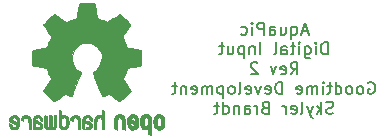
<source format=gbo>
G04 #@! TF.FileFunction,Legend,Bot*
%FSLAX46Y46*%
G04 Gerber Fmt 4.6, Leading zero omitted, Abs format (unit mm)*
G04 Created by KiCad (PCBNEW 4.0.7) date Sun Dec 10 04:28:40 2017*
%MOMM*%
%LPD*%
G01*
G04 APERTURE LIST*
%ADD10C,0.127000*%
%ADD11C,0.152400*%
%ADD12C,0.010000*%
G04 APERTURE END LIST*
D10*
D11*
X72656095Y28583467D02*
X72172286Y28583467D01*
X72752857Y28293181D02*
X72414190Y29309181D01*
X72075524Y28293181D01*
X71301429Y28970514D02*
X71301429Y27954514D01*
X71301429Y28341562D02*
X71398191Y28293181D01*
X71591714Y28293181D01*
X71688476Y28341562D01*
X71736857Y28389943D01*
X71785238Y28486705D01*
X71785238Y28776990D01*
X71736857Y28873752D01*
X71688476Y28922133D01*
X71591714Y28970514D01*
X71398191Y28970514D01*
X71301429Y28922133D01*
X70382191Y28970514D02*
X70382191Y28293181D01*
X70817619Y28970514D02*
X70817619Y28438324D01*
X70769238Y28341562D01*
X70672476Y28293181D01*
X70527334Y28293181D01*
X70430572Y28341562D01*
X70382191Y28389943D01*
X69462953Y28293181D02*
X69462953Y28825371D01*
X69511334Y28922133D01*
X69608096Y28970514D01*
X69801619Y28970514D01*
X69898381Y28922133D01*
X69462953Y28341562D02*
X69559715Y28293181D01*
X69801619Y28293181D01*
X69898381Y28341562D01*
X69946762Y28438324D01*
X69946762Y28535086D01*
X69898381Y28631848D01*
X69801619Y28680229D01*
X69559715Y28680229D01*
X69462953Y28728610D01*
X68979143Y28293181D02*
X68979143Y29309181D01*
X68592096Y29309181D01*
X68495334Y29260800D01*
X68446953Y29212419D01*
X68398572Y29115657D01*
X68398572Y28970514D01*
X68446953Y28873752D01*
X68495334Y28825371D01*
X68592096Y28776990D01*
X68979143Y28776990D01*
X67963143Y28293181D02*
X67963143Y28970514D01*
X67963143Y29309181D02*
X68011524Y29260800D01*
X67963143Y29212419D01*
X67914762Y29260800D01*
X67963143Y29309181D01*
X67963143Y29212419D01*
X67043905Y28341562D02*
X67140667Y28293181D01*
X67334190Y28293181D01*
X67430952Y28341562D01*
X67479333Y28389943D01*
X67527714Y28486705D01*
X67527714Y28776990D01*
X67479333Y28873752D01*
X67430952Y28922133D01*
X67334190Y28970514D01*
X67140667Y28970514D01*
X67043905Y28922133D01*
X74373618Y26616781D02*
X74373618Y27632781D01*
X74131713Y27632781D01*
X73986571Y27584400D01*
X73889809Y27487638D01*
X73841428Y27390876D01*
X73793047Y27197352D01*
X73793047Y27052210D01*
X73841428Y26858686D01*
X73889809Y26761924D01*
X73986571Y26665162D01*
X74131713Y26616781D01*
X74373618Y26616781D01*
X73357618Y26616781D02*
X73357618Y27294114D01*
X73357618Y27632781D02*
X73405999Y27584400D01*
X73357618Y27536019D01*
X73309237Y27584400D01*
X73357618Y27632781D01*
X73357618Y27536019D01*
X72438380Y27294114D02*
X72438380Y26471638D01*
X72486761Y26374876D01*
X72535142Y26326495D01*
X72631903Y26278114D01*
X72777046Y26278114D01*
X72873808Y26326495D01*
X72438380Y26665162D02*
X72535142Y26616781D01*
X72728665Y26616781D01*
X72825427Y26665162D01*
X72873808Y26713543D01*
X72922189Y26810305D01*
X72922189Y27100590D01*
X72873808Y27197352D01*
X72825427Y27245733D01*
X72728665Y27294114D01*
X72535142Y27294114D01*
X72438380Y27245733D01*
X71954570Y26616781D02*
X71954570Y27294114D01*
X71954570Y27632781D02*
X72002951Y27584400D01*
X71954570Y27536019D01*
X71906189Y27584400D01*
X71954570Y27632781D01*
X71954570Y27536019D01*
X71615903Y27294114D02*
X71228855Y27294114D01*
X71470760Y27632781D02*
X71470760Y26761924D01*
X71422379Y26665162D01*
X71325617Y26616781D01*
X71228855Y26616781D01*
X70454761Y26616781D02*
X70454761Y27148971D01*
X70503142Y27245733D01*
X70599904Y27294114D01*
X70793427Y27294114D01*
X70890189Y27245733D01*
X70454761Y26665162D02*
X70551523Y26616781D01*
X70793427Y26616781D01*
X70890189Y26665162D01*
X70938570Y26761924D01*
X70938570Y26858686D01*
X70890189Y26955448D01*
X70793427Y27003829D01*
X70551523Y27003829D01*
X70454761Y27052210D01*
X69825808Y26616781D02*
X69922570Y26665162D01*
X69970951Y26761924D01*
X69970951Y27632781D01*
X68664666Y26616781D02*
X68664666Y27632781D01*
X68180856Y27294114D02*
X68180856Y26616781D01*
X68180856Y27197352D02*
X68132475Y27245733D01*
X68035713Y27294114D01*
X67890571Y27294114D01*
X67793809Y27245733D01*
X67745428Y27148971D01*
X67745428Y26616781D01*
X67261618Y27294114D02*
X67261618Y26278114D01*
X67261618Y27245733D02*
X67164856Y27294114D01*
X66971333Y27294114D01*
X66874571Y27245733D01*
X66826190Y27197352D01*
X66777809Y27100590D01*
X66777809Y26810305D01*
X66826190Y26713543D01*
X66874571Y26665162D01*
X66971333Y26616781D01*
X67164856Y26616781D01*
X67261618Y26665162D01*
X65906952Y27294114D02*
X65906952Y26616781D01*
X66342380Y27294114D02*
X66342380Y26761924D01*
X66293999Y26665162D01*
X66197237Y26616781D01*
X66052095Y26616781D01*
X65955333Y26665162D01*
X65906952Y26713543D01*
X65568285Y27294114D02*
X65181237Y27294114D01*
X65423142Y27632781D02*
X65423142Y26761924D01*
X65374761Y26665162D01*
X65277999Y26616781D01*
X65181237Y26616781D01*
X71228857Y24940381D02*
X71567523Y25424190D01*
X71809428Y24940381D02*
X71809428Y25956381D01*
X71422381Y25956381D01*
X71325619Y25908000D01*
X71277238Y25859619D01*
X71228857Y25762857D01*
X71228857Y25617714D01*
X71277238Y25520952D01*
X71325619Y25472571D01*
X71422381Y25424190D01*
X71809428Y25424190D01*
X70406381Y24988762D02*
X70503143Y24940381D01*
X70696666Y24940381D01*
X70793428Y24988762D01*
X70841809Y25085524D01*
X70841809Y25472571D01*
X70793428Y25569333D01*
X70696666Y25617714D01*
X70503143Y25617714D01*
X70406381Y25569333D01*
X70358000Y25472571D01*
X70358000Y25375810D01*
X70841809Y25279048D01*
X70019333Y25617714D02*
X69777428Y24940381D01*
X69535524Y25617714D01*
X68422762Y25859619D02*
X68374381Y25908000D01*
X68277619Y25956381D01*
X68035715Y25956381D01*
X67938953Y25908000D01*
X67890572Y25859619D01*
X67842191Y25762857D01*
X67842191Y25666095D01*
X67890572Y25520952D01*
X68471143Y24940381D01*
X67842191Y24940381D01*
X77808666Y24231600D02*
X77905428Y24279981D01*
X78050571Y24279981D01*
X78195713Y24231600D01*
X78292475Y24134838D01*
X78340856Y24038076D01*
X78389237Y23844552D01*
X78389237Y23699410D01*
X78340856Y23505886D01*
X78292475Y23409124D01*
X78195713Y23312362D01*
X78050571Y23263981D01*
X77953809Y23263981D01*
X77808666Y23312362D01*
X77760285Y23360743D01*
X77760285Y23699410D01*
X77953809Y23699410D01*
X77179713Y23263981D02*
X77276475Y23312362D01*
X77324856Y23360743D01*
X77373237Y23457505D01*
X77373237Y23747790D01*
X77324856Y23844552D01*
X77276475Y23892933D01*
X77179713Y23941314D01*
X77034571Y23941314D01*
X76937809Y23892933D01*
X76889428Y23844552D01*
X76841047Y23747790D01*
X76841047Y23457505D01*
X76889428Y23360743D01*
X76937809Y23312362D01*
X77034571Y23263981D01*
X77179713Y23263981D01*
X76260475Y23263981D02*
X76357237Y23312362D01*
X76405618Y23360743D01*
X76453999Y23457505D01*
X76453999Y23747790D01*
X76405618Y23844552D01*
X76357237Y23892933D01*
X76260475Y23941314D01*
X76115333Y23941314D01*
X76018571Y23892933D01*
X75970190Y23844552D01*
X75921809Y23747790D01*
X75921809Y23457505D01*
X75970190Y23360743D01*
X76018571Y23312362D01*
X76115333Y23263981D01*
X76260475Y23263981D01*
X75050952Y23263981D02*
X75050952Y24279981D01*
X75050952Y23312362D02*
X75147714Y23263981D01*
X75341237Y23263981D01*
X75437999Y23312362D01*
X75486380Y23360743D01*
X75534761Y23457505D01*
X75534761Y23747790D01*
X75486380Y23844552D01*
X75437999Y23892933D01*
X75341237Y23941314D01*
X75147714Y23941314D01*
X75050952Y23892933D01*
X74712285Y23941314D02*
X74325237Y23941314D01*
X74567142Y24279981D02*
X74567142Y23409124D01*
X74518761Y23312362D01*
X74421999Y23263981D01*
X74325237Y23263981D01*
X73986571Y23263981D02*
X73986571Y23941314D01*
X73986571Y24279981D02*
X74034952Y24231600D01*
X73986571Y24183219D01*
X73938190Y24231600D01*
X73986571Y24279981D01*
X73986571Y24183219D01*
X73502761Y23263981D02*
X73502761Y23941314D01*
X73502761Y23844552D02*
X73454380Y23892933D01*
X73357618Y23941314D01*
X73212476Y23941314D01*
X73115714Y23892933D01*
X73067333Y23796171D01*
X73067333Y23263981D01*
X73067333Y23796171D02*
X73018952Y23892933D01*
X72922190Y23941314D01*
X72777047Y23941314D01*
X72680285Y23892933D01*
X72631904Y23796171D01*
X72631904Y23263981D01*
X71761047Y23312362D02*
X71857809Y23263981D01*
X72051332Y23263981D01*
X72148094Y23312362D01*
X72196475Y23409124D01*
X72196475Y23796171D01*
X72148094Y23892933D01*
X72051332Y23941314D01*
X71857809Y23941314D01*
X71761047Y23892933D01*
X71712666Y23796171D01*
X71712666Y23699410D01*
X72196475Y23602648D01*
X70503142Y23263981D02*
X70503142Y24279981D01*
X70261237Y24279981D01*
X70116095Y24231600D01*
X70019333Y24134838D01*
X69970952Y24038076D01*
X69922571Y23844552D01*
X69922571Y23699410D01*
X69970952Y23505886D01*
X70019333Y23409124D01*
X70116095Y23312362D01*
X70261237Y23263981D01*
X70503142Y23263981D01*
X69100095Y23312362D02*
X69196857Y23263981D01*
X69390380Y23263981D01*
X69487142Y23312362D01*
X69535523Y23409124D01*
X69535523Y23796171D01*
X69487142Y23892933D01*
X69390380Y23941314D01*
X69196857Y23941314D01*
X69100095Y23892933D01*
X69051714Y23796171D01*
X69051714Y23699410D01*
X69535523Y23602648D01*
X68713047Y23941314D02*
X68471142Y23263981D01*
X68229238Y23941314D01*
X67455143Y23312362D02*
X67551905Y23263981D01*
X67745428Y23263981D01*
X67842190Y23312362D01*
X67890571Y23409124D01*
X67890571Y23796171D01*
X67842190Y23892933D01*
X67745428Y23941314D01*
X67551905Y23941314D01*
X67455143Y23892933D01*
X67406762Y23796171D01*
X67406762Y23699410D01*
X67890571Y23602648D01*
X66826190Y23263981D02*
X66922952Y23312362D01*
X66971333Y23409124D01*
X66971333Y24279981D01*
X66294000Y23263981D02*
X66390762Y23312362D01*
X66439143Y23360743D01*
X66487524Y23457505D01*
X66487524Y23747790D01*
X66439143Y23844552D01*
X66390762Y23892933D01*
X66294000Y23941314D01*
X66148858Y23941314D01*
X66052096Y23892933D01*
X66003715Y23844552D01*
X65955334Y23747790D01*
X65955334Y23457505D01*
X66003715Y23360743D01*
X66052096Y23312362D01*
X66148858Y23263981D01*
X66294000Y23263981D01*
X65519905Y23941314D02*
X65519905Y22925314D01*
X65519905Y23892933D02*
X65423143Y23941314D01*
X65229620Y23941314D01*
X65132858Y23892933D01*
X65084477Y23844552D01*
X65036096Y23747790D01*
X65036096Y23457505D01*
X65084477Y23360743D01*
X65132858Y23312362D01*
X65229620Y23263981D01*
X65423143Y23263981D01*
X65519905Y23312362D01*
X64600667Y23263981D02*
X64600667Y23941314D01*
X64600667Y23844552D02*
X64552286Y23892933D01*
X64455524Y23941314D01*
X64310382Y23941314D01*
X64213620Y23892933D01*
X64165239Y23796171D01*
X64165239Y23263981D01*
X64165239Y23796171D02*
X64116858Y23892933D01*
X64020096Y23941314D01*
X63874953Y23941314D01*
X63778191Y23892933D01*
X63729810Y23796171D01*
X63729810Y23263981D01*
X62858953Y23312362D02*
X62955715Y23263981D01*
X63149238Y23263981D01*
X63246000Y23312362D01*
X63294381Y23409124D01*
X63294381Y23796171D01*
X63246000Y23892933D01*
X63149238Y23941314D01*
X62955715Y23941314D01*
X62858953Y23892933D01*
X62810572Y23796171D01*
X62810572Y23699410D01*
X63294381Y23602648D01*
X62375143Y23941314D02*
X62375143Y23263981D01*
X62375143Y23844552D02*
X62326762Y23892933D01*
X62230000Y23941314D01*
X62084858Y23941314D01*
X61988096Y23892933D01*
X61939715Y23796171D01*
X61939715Y23263981D01*
X61601048Y23941314D02*
X61214000Y23941314D01*
X61455905Y24279981D02*
X61455905Y23409124D01*
X61407524Y23312362D01*
X61310762Y23263981D01*
X61214000Y23263981D01*
X74833236Y21635962D02*
X74688093Y21587581D01*
X74446189Y21587581D01*
X74349427Y21635962D01*
X74301046Y21684343D01*
X74252665Y21781105D01*
X74252665Y21877867D01*
X74301046Y21974629D01*
X74349427Y22023010D01*
X74446189Y22071390D01*
X74639712Y22119771D01*
X74736474Y22168152D01*
X74784855Y22216533D01*
X74833236Y22313295D01*
X74833236Y22410057D01*
X74784855Y22506819D01*
X74736474Y22555200D01*
X74639712Y22603581D01*
X74397808Y22603581D01*
X74252665Y22555200D01*
X73817236Y21587581D02*
X73817236Y22603581D01*
X73720474Y21974629D02*
X73430189Y21587581D01*
X73430189Y22264914D02*
X73817236Y21877867D01*
X73091522Y22264914D02*
X72849617Y21587581D01*
X72607713Y22264914D02*
X72849617Y21587581D01*
X72946379Y21345676D01*
X72994760Y21297295D01*
X73091522Y21248914D01*
X72075522Y21587581D02*
X72172284Y21635962D01*
X72220665Y21732724D01*
X72220665Y22603581D01*
X71301428Y21635962D02*
X71398190Y21587581D01*
X71591713Y21587581D01*
X71688475Y21635962D01*
X71736856Y21732724D01*
X71736856Y22119771D01*
X71688475Y22216533D01*
X71591713Y22264914D01*
X71398190Y22264914D01*
X71301428Y22216533D01*
X71253047Y22119771D01*
X71253047Y22023010D01*
X71736856Y21926248D01*
X70817618Y21587581D02*
X70817618Y22264914D01*
X70817618Y22071390D02*
X70769237Y22168152D01*
X70720856Y22216533D01*
X70624094Y22264914D01*
X70527333Y22264914D01*
X69075905Y22119771D02*
X68930762Y22071390D01*
X68882381Y22023010D01*
X68834000Y21926248D01*
X68834000Y21781105D01*
X68882381Y21684343D01*
X68930762Y21635962D01*
X69027524Y21587581D01*
X69414571Y21587581D01*
X69414571Y22603581D01*
X69075905Y22603581D01*
X68979143Y22555200D01*
X68930762Y22506819D01*
X68882381Y22410057D01*
X68882381Y22313295D01*
X68930762Y22216533D01*
X68979143Y22168152D01*
X69075905Y22119771D01*
X69414571Y22119771D01*
X68398571Y21587581D02*
X68398571Y22264914D01*
X68398571Y22071390D02*
X68350190Y22168152D01*
X68301809Y22216533D01*
X68205047Y22264914D01*
X68108286Y22264914D01*
X67334191Y21587581D02*
X67334191Y22119771D01*
X67382572Y22216533D01*
X67479334Y22264914D01*
X67672857Y22264914D01*
X67769619Y22216533D01*
X67334191Y21635962D02*
X67430953Y21587581D01*
X67672857Y21587581D01*
X67769619Y21635962D01*
X67818000Y21732724D01*
X67818000Y21829486D01*
X67769619Y21926248D01*
X67672857Y21974629D01*
X67430953Y21974629D01*
X67334191Y22023010D01*
X66850381Y22264914D02*
X66850381Y21587581D01*
X66850381Y22168152D02*
X66802000Y22216533D01*
X66705238Y22264914D01*
X66560096Y22264914D01*
X66463334Y22216533D01*
X66414953Y22119771D01*
X66414953Y21587581D01*
X65495715Y21587581D02*
X65495715Y22603581D01*
X65495715Y21635962D02*
X65592477Y21587581D01*
X65786000Y21587581D01*
X65882762Y21635962D01*
X65931143Y21684343D01*
X65979524Y21781105D01*
X65979524Y22071390D01*
X65931143Y22168152D01*
X65882762Y22216533D01*
X65786000Y22264914D01*
X65592477Y22264914D01*
X65495715Y22216533D01*
X65157048Y22264914D02*
X64770000Y22264914D01*
X65011905Y22603581D02*
X65011905Y21732724D01*
X64963524Y21635962D01*
X64866762Y21587581D01*
X64770000Y21587581D01*
D12*
G36*
X58803100Y21538097D02*
X58691550Y21482478D01*
X58593092Y21380069D01*
X58565977Y21342136D01*
X58536438Y21292500D01*
X58517272Y21238588D01*
X58506307Y21166636D01*
X58501371Y21062878D01*
X58500287Y20925899D01*
X58505182Y20738185D01*
X58522196Y20597242D01*
X58554823Y20492092D01*
X58606558Y20411757D01*
X58680896Y20345259D01*
X58686358Y20341322D01*
X58759620Y20301047D01*
X58847840Y20281120D01*
X58960038Y20276207D01*
X59142433Y20276207D01*
X59142509Y20099143D01*
X59144207Y20000530D01*
X59154550Y19942686D01*
X59181578Y19907994D01*
X59233332Y19878836D01*
X59245761Y19872879D01*
X59303923Y19844961D01*
X59348956Y19827328D01*
X59382441Y19825806D01*
X59405962Y19846219D01*
X59421100Y19894393D01*
X59429437Y19976154D01*
X59432556Y20097328D01*
X59432040Y20263740D01*
X59429471Y20481215D01*
X59428668Y20546264D01*
X59425778Y20770498D01*
X59423188Y20917179D01*
X59142586Y20917179D01*
X59141009Y20792674D01*
X59134000Y20711213D01*
X59118142Y20657485D01*
X59090019Y20616177D01*
X59070925Y20596029D01*
X58992865Y20537079D01*
X58923753Y20532280D01*
X58852440Y20580962D01*
X58850632Y20582759D01*
X58821617Y20620382D01*
X58803967Y20671516D01*
X58795064Y20750262D01*
X58792291Y20870724D01*
X58792241Y20897412D01*
X58798942Y21063417D01*
X58820752Y21178495D01*
X58860235Y21248746D01*
X58919956Y21280271D01*
X58954472Y21283448D01*
X59036389Y21268540D01*
X59092579Y21219452D01*
X59126402Y21129638D01*
X59141220Y20992555D01*
X59142586Y20917179D01*
X59423188Y20917179D01*
X59422713Y20944048D01*
X59418753Y21074618D01*
X59413174Y21169913D01*
X59405254Y21237636D01*
X59394269Y21285493D01*
X59379499Y21321187D01*
X59360218Y21352422D01*
X59351951Y21364176D01*
X59242288Y21475203D01*
X59103635Y21538153D01*
X58943246Y21555703D01*
X58803100Y21538097D01*
X58803100Y21538097D01*
G37*
X58803100Y21538097D02*
X58691550Y21482478D01*
X58593092Y21380069D01*
X58565977Y21342136D01*
X58536438Y21292500D01*
X58517272Y21238588D01*
X58506307Y21166636D01*
X58501371Y21062878D01*
X58500287Y20925899D01*
X58505182Y20738185D01*
X58522196Y20597242D01*
X58554823Y20492092D01*
X58606558Y20411757D01*
X58680896Y20345259D01*
X58686358Y20341322D01*
X58759620Y20301047D01*
X58847840Y20281120D01*
X58960038Y20276207D01*
X59142433Y20276207D01*
X59142509Y20099143D01*
X59144207Y20000530D01*
X59154550Y19942686D01*
X59181578Y19907994D01*
X59233332Y19878836D01*
X59245761Y19872879D01*
X59303923Y19844961D01*
X59348956Y19827328D01*
X59382441Y19825806D01*
X59405962Y19846219D01*
X59421100Y19894393D01*
X59429437Y19976154D01*
X59432556Y20097328D01*
X59432040Y20263740D01*
X59429471Y20481215D01*
X59428668Y20546264D01*
X59425778Y20770498D01*
X59423188Y20917179D01*
X59142586Y20917179D01*
X59141009Y20792674D01*
X59134000Y20711213D01*
X59118142Y20657485D01*
X59090019Y20616177D01*
X59070925Y20596029D01*
X58992865Y20537079D01*
X58923753Y20532280D01*
X58852440Y20580962D01*
X58850632Y20582759D01*
X58821617Y20620382D01*
X58803967Y20671516D01*
X58795064Y20750262D01*
X58792291Y20870724D01*
X58792241Y20897412D01*
X58798942Y21063417D01*
X58820752Y21178495D01*
X58860235Y21248746D01*
X58919956Y21280271D01*
X58954472Y21283448D01*
X59036389Y21268540D01*
X59092579Y21219452D01*
X59126402Y21129638D01*
X59141220Y20992555D01*
X59142586Y20917179D01*
X59423188Y20917179D01*
X59422713Y20944048D01*
X59418753Y21074618D01*
X59413174Y21169913D01*
X59405254Y21237636D01*
X59394269Y21285493D01*
X59379499Y21321187D01*
X59360218Y21352422D01*
X59351951Y21364176D01*
X59242288Y21475203D01*
X59103635Y21538153D01*
X58943246Y21555703D01*
X58803100Y21538097D01*
G36*
X56557571Y21522281D02*
X56463877Y21468086D01*
X56398736Y21414293D01*
X56351093Y21357934D01*
X56318272Y21289013D01*
X56297594Y21197532D01*
X56286380Y21073494D01*
X56281951Y20906902D01*
X56281437Y20787149D01*
X56281437Y20346341D01*
X56405517Y20290717D01*
X56529598Y20235093D01*
X56544195Y20717905D01*
X56550227Y20898221D01*
X56556555Y21029099D01*
X56564394Y21119489D01*
X56574963Y21178336D01*
X56589477Y21214587D01*
X56609152Y21237190D01*
X56615465Y21242083D01*
X56711112Y21280294D01*
X56807793Y21265173D01*
X56865345Y21225057D01*
X56888755Y21196630D01*
X56904961Y21159328D01*
X56915259Y21102777D01*
X56920951Y21016606D01*
X56923336Y20890442D01*
X56923736Y20758958D01*
X56923814Y20594001D01*
X56926639Y20477239D01*
X56936093Y20398490D01*
X56956060Y20347569D01*
X56990424Y20314294D01*
X57043068Y20288480D01*
X57113383Y20261656D01*
X57190180Y20232458D01*
X57181038Y20750654D01*
X57177357Y20937461D01*
X57173050Y21075510D01*
X57166877Y21174432D01*
X57157598Y21243855D01*
X57143973Y21293410D01*
X57124761Y21332727D01*
X57101598Y21367416D01*
X56989848Y21478230D01*
X56853487Y21542311D01*
X56705175Y21557661D01*
X56557571Y21522281D01*
X56557571Y21522281D01*
G37*
X56557571Y21522281D02*
X56463877Y21468086D01*
X56398736Y21414293D01*
X56351093Y21357934D01*
X56318272Y21289013D01*
X56297594Y21197532D01*
X56286380Y21073494D01*
X56281951Y20906902D01*
X56281437Y20787149D01*
X56281437Y20346341D01*
X56405517Y20290717D01*
X56529598Y20235093D01*
X56544195Y20717905D01*
X56550227Y20898221D01*
X56556555Y21029099D01*
X56564394Y21119489D01*
X56574963Y21178336D01*
X56589477Y21214587D01*
X56609152Y21237190D01*
X56615465Y21242083D01*
X56711112Y21280294D01*
X56807793Y21265173D01*
X56865345Y21225057D01*
X56888755Y21196630D01*
X56904961Y21159328D01*
X56915259Y21102777D01*
X56920951Y21016606D01*
X56923336Y20890442D01*
X56923736Y20758958D01*
X56923814Y20594001D01*
X56926639Y20477239D01*
X56936093Y20398490D01*
X56956060Y20347569D01*
X56990424Y20314294D01*
X57043068Y20288480D01*
X57113383Y20261656D01*
X57190180Y20232458D01*
X57181038Y20750654D01*
X57177357Y20937461D01*
X57173050Y21075510D01*
X57166877Y21174432D01*
X57157598Y21243855D01*
X57143973Y21293410D01*
X57124761Y21332727D01*
X57101598Y21367416D01*
X56989848Y21478230D01*
X56853487Y21542311D01*
X56705175Y21557661D01*
X56557571Y21522281D01*
G36*
X59926779Y21533985D02*
X59789939Y21462032D01*
X59688949Y21346234D01*
X59653075Y21271787D01*
X59625161Y21160008D01*
X59610871Y21018773D01*
X59609516Y20864629D01*
X59620405Y20714121D01*
X59642847Y20583795D01*
X59676150Y20490197D01*
X59686385Y20474078D01*
X59807618Y20353751D01*
X59951613Y20281683D01*
X60107861Y20260592D01*
X60265852Y20293198D01*
X60309820Y20312747D01*
X60395444Y20372988D01*
X60470592Y20452865D01*
X60477694Y20462996D01*
X60506561Y20511819D01*
X60525643Y20564010D01*
X60536916Y20632715D01*
X60542355Y20731082D01*
X60543938Y20872256D01*
X60543965Y20903908D01*
X60543893Y20913981D01*
X60252011Y20913981D01*
X60250313Y20780744D01*
X60243628Y20692326D01*
X60229575Y20635215D01*
X60205771Y20595898D01*
X60193621Y20582759D01*
X60123764Y20532828D01*
X60055941Y20535105D01*
X59987365Y20578416D01*
X59946465Y20624654D01*
X59922242Y20692143D01*
X59908639Y20798567D01*
X59907706Y20810980D01*
X59905384Y21003853D01*
X59929650Y21147100D01*
X59980176Y21239840D01*
X60056632Y21281193D01*
X60083924Y21283448D01*
X60155589Y21272107D01*
X60204610Y21232816D01*
X60234582Y21157674D01*
X60249101Y21038778D01*
X60252011Y20913981D01*
X60543893Y20913981D01*
X60542878Y21054341D01*
X60538312Y21159451D01*
X60528312Y21232286D01*
X60510921Y21285892D01*
X60484184Y21333319D01*
X60478276Y21342136D01*
X60378968Y21460993D01*
X60270758Y21529992D01*
X60139019Y21557381D01*
X60094283Y21558719D01*
X59926779Y21533985D01*
X59926779Y21533985D01*
G37*
X59926779Y21533985D02*
X59789939Y21462032D01*
X59688949Y21346234D01*
X59653075Y21271787D01*
X59625161Y21160008D01*
X59610871Y21018773D01*
X59609516Y20864629D01*
X59620405Y20714121D01*
X59642847Y20583795D01*
X59676150Y20490197D01*
X59686385Y20474078D01*
X59807618Y20353751D01*
X59951613Y20281683D01*
X60107861Y20260592D01*
X60265852Y20293198D01*
X60309820Y20312747D01*
X60395444Y20372988D01*
X60470592Y20452865D01*
X60477694Y20462996D01*
X60506561Y20511819D01*
X60525643Y20564010D01*
X60536916Y20632715D01*
X60542355Y20731082D01*
X60543938Y20872256D01*
X60543965Y20903908D01*
X60543893Y20913981D01*
X60252011Y20913981D01*
X60250313Y20780744D01*
X60243628Y20692326D01*
X60229575Y20635215D01*
X60205771Y20595898D01*
X60193621Y20582759D01*
X60123764Y20532828D01*
X60055941Y20535105D01*
X59987365Y20578416D01*
X59946465Y20624654D01*
X59922242Y20692143D01*
X59908639Y20798567D01*
X59907706Y20810980D01*
X59905384Y21003853D01*
X59929650Y21147100D01*
X59980176Y21239840D01*
X60056632Y21281193D01*
X60083924Y21283448D01*
X60155589Y21272107D01*
X60204610Y21232816D01*
X60234582Y21157674D01*
X60249101Y21038778D01*
X60252011Y20913981D01*
X60543893Y20913981D01*
X60542878Y21054341D01*
X60538312Y21159451D01*
X60528312Y21232286D01*
X60510921Y21285892D01*
X60484184Y21333319D01*
X60478276Y21342136D01*
X60378968Y21460993D01*
X60270758Y21529992D01*
X60139019Y21557381D01*
X60094283Y21558719D01*
X59926779Y21533985D01*
G36*
X57659448Y21515324D02*
X57544342Y21437889D01*
X57455389Y21326051D01*
X57402251Y21183735D01*
X57391503Y21078985D01*
X57392724Y21035274D01*
X57402944Y21001806D01*
X57431039Y20971821D01*
X57485884Y20938560D01*
X57576355Y20895262D01*
X57711328Y20835167D01*
X57712011Y20834866D01*
X57836249Y20777963D01*
X57938127Y20727435D01*
X58007233Y20688720D01*
X58033154Y20667260D01*
X58033161Y20667087D01*
X58010315Y20620356D01*
X57956891Y20568846D01*
X57895558Y20531739D01*
X57864485Y20524368D01*
X57779711Y20549862D01*
X57706707Y20613709D01*
X57671087Y20683906D01*
X57636820Y20735657D01*
X57569697Y20794591D01*
X57490792Y20845504D01*
X57421179Y20873191D01*
X57406623Y20874713D01*
X57390237Y20849679D01*
X57389250Y20785689D01*
X57401292Y20699407D01*
X57423993Y20607499D01*
X57454986Y20526631D01*
X57456552Y20523491D01*
X57549819Y20393266D01*
X57670696Y20304689D01*
X57807973Y20261214D01*
X57950440Y20266294D01*
X58086888Y20323384D01*
X58092955Y20327398D01*
X58200290Y20424674D01*
X58270868Y20551591D01*
X58309926Y20718474D01*
X58315168Y20765361D01*
X58324452Y20986671D01*
X58313322Y21089876D01*
X58033161Y21089876D01*
X58029521Y21025497D01*
X58009611Y21006709D01*
X57959974Y21020765D01*
X57881733Y21053991D01*
X57794274Y21095641D01*
X57792101Y21096744D01*
X57717970Y21135735D01*
X57688219Y21161756D01*
X57695555Y21189035D01*
X57726447Y21224879D01*
X57805040Y21276749D01*
X57889677Y21280561D01*
X57965597Y21242811D01*
X58018035Y21169999D01*
X58033161Y21089876D01*
X58313322Y21089876D01*
X58305356Y21163739D01*
X58256366Y21304171D01*
X58188164Y21402553D01*
X58065065Y21501970D01*
X57929472Y21551289D01*
X57791045Y21554432D01*
X57659448Y21515324D01*
X57659448Y21515324D01*
G37*
X57659448Y21515324D02*
X57544342Y21437889D01*
X57455389Y21326051D01*
X57402251Y21183735D01*
X57391503Y21078985D01*
X57392724Y21035274D01*
X57402944Y21001806D01*
X57431039Y20971821D01*
X57485884Y20938560D01*
X57576355Y20895262D01*
X57711328Y20835167D01*
X57712011Y20834866D01*
X57836249Y20777963D01*
X57938127Y20727435D01*
X58007233Y20688720D01*
X58033154Y20667260D01*
X58033161Y20667087D01*
X58010315Y20620356D01*
X57956891Y20568846D01*
X57895558Y20531739D01*
X57864485Y20524368D01*
X57779711Y20549862D01*
X57706707Y20613709D01*
X57671087Y20683906D01*
X57636820Y20735657D01*
X57569697Y20794591D01*
X57490792Y20845504D01*
X57421179Y20873191D01*
X57406623Y20874713D01*
X57390237Y20849679D01*
X57389250Y20785689D01*
X57401292Y20699407D01*
X57423993Y20607499D01*
X57454986Y20526631D01*
X57456552Y20523491D01*
X57549819Y20393266D01*
X57670696Y20304689D01*
X57807973Y20261214D01*
X57950440Y20266294D01*
X58086888Y20323384D01*
X58092955Y20327398D01*
X58200290Y20424674D01*
X58270868Y20551591D01*
X58309926Y20718474D01*
X58315168Y20765361D01*
X58324452Y20986671D01*
X58313322Y21089876D01*
X58033161Y21089876D01*
X58029521Y21025497D01*
X58009611Y21006709D01*
X57959974Y21020765D01*
X57881733Y21053991D01*
X57794274Y21095641D01*
X57792101Y21096744D01*
X57717970Y21135735D01*
X57688219Y21161756D01*
X57695555Y21189035D01*
X57726447Y21224879D01*
X57805040Y21276749D01*
X57889677Y21280561D01*
X57965597Y21242811D01*
X58018035Y21169999D01*
X58033161Y21089876D01*
X58313322Y21089876D01*
X58305356Y21163739D01*
X58256366Y21304171D01*
X58188164Y21402553D01*
X58065065Y21501970D01*
X57929472Y21551289D01*
X57791045Y21554432D01*
X57659448Y21515324D01*
G36*
X55230402Y21676143D02*
X55221846Y21556812D01*
X55212019Y21486494D01*
X55198401Y21455821D01*
X55178473Y21455429D01*
X55172011Y21459090D01*
X55086060Y21485602D01*
X54974255Y21484054D01*
X54860586Y21456801D01*
X54789490Y21421545D01*
X54716595Y21365222D01*
X54663307Y21301481D01*
X54626725Y21220490D01*
X54603950Y21112414D01*
X54592081Y20967420D01*
X54588218Y20775674D01*
X54588149Y20738891D01*
X54588103Y20325712D01*
X54680046Y20293661D01*
X54745348Y20271856D01*
X54781176Y20261703D01*
X54782230Y20261609D01*
X54785758Y20289140D01*
X54788761Y20365077D01*
X54791010Y20479435D01*
X54792276Y20622231D01*
X54792471Y20709049D01*
X54792877Y20880227D01*
X54794968Y21002912D01*
X54800053Y21087000D01*
X54809440Y21142386D01*
X54824439Y21178968D01*
X54846358Y21206641D01*
X54860043Y21219968D01*
X54954051Y21273672D01*
X55056636Y21277693D01*
X55149710Y21232275D01*
X55166922Y21215877D01*
X55192168Y21185043D01*
X55209680Y21148469D01*
X55220858Y21095585D01*
X55227104Y21015823D01*
X55229818Y20898615D01*
X55230402Y20737009D01*
X55230402Y20325712D01*
X55322345Y20293661D01*
X55387647Y20271856D01*
X55423475Y20261703D01*
X55424529Y20261609D01*
X55427225Y20289552D01*
X55429655Y20368370D01*
X55431722Y20490547D01*
X55433329Y20648568D01*
X55434377Y20834917D01*
X55434769Y21042080D01*
X55434770Y21051294D01*
X55434770Y21840980D01*
X55339885Y21881003D01*
X55245000Y21921027D01*
X55230402Y21676143D01*
X55230402Y21676143D01*
G37*
X55230402Y21676143D02*
X55221846Y21556812D01*
X55212019Y21486494D01*
X55198401Y21455821D01*
X55178473Y21455429D01*
X55172011Y21459090D01*
X55086060Y21485602D01*
X54974255Y21484054D01*
X54860586Y21456801D01*
X54789490Y21421545D01*
X54716595Y21365222D01*
X54663307Y21301481D01*
X54626725Y21220490D01*
X54603950Y21112414D01*
X54592081Y20967420D01*
X54588218Y20775674D01*
X54588149Y20738891D01*
X54588103Y20325712D01*
X54680046Y20293661D01*
X54745348Y20271856D01*
X54781176Y20261703D01*
X54782230Y20261609D01*
X54785758Y20289140D01*
X54788761Y20365077D01*
X54791010Y20479435D01*
X54792276Y20622231D01*
X54792471Y20709049D01*
X54792877Y20880227D01*
X54794968Y21002912D01*
X54800053Y21087000D01*
X54809440Y21142386D01*
X54824439Y21178968D01*
X54846358Y21206641D01*
X54860043Y21219968D01*
X54954051Y21273672D01*
X55056636Y21277693D01*
X55149710Y21232275D01*
X55166922Y21215877D01*
X55192168Y21185043D01*
X55209680Y21148469D01*
X55220858Y21095585D01*
X55227104Y21015823D01*
X55229818Y20898615D01*
X55230402Y20737009D01*
X55230402Y20325712D01*
X55322345Y20293661D01*
X55387647Y20271856D01*
X55423475Y20261703D01*
X55424529Y20261609D01*
X55427225Y20289552D01*
X55429655Y20368370D01*
X55431722Y20490547D01*
X55433329Y20648568D01*
X55434377Y20834917D01*
X55434769Y21042080D01*
X55434770Y21051294D01*
X55434770Y21840980D01*
X55339885Y21881003D01*
X55245000Y21921027D01*
X55230402Y21676143D01*
G36*
X53895056Y21475640D02*
X53780657Y21433158D01*
X53779348Y21432342D01*
X53708597Y21380270D01*
X53656364Y21319416D01*
X53619629Y21240113D01*
X53595366Y21132691D01*
X53580555Y20987483D01*
X53572171Y20794821D01*
X53571436Y20767372D01*
X53560880Y20353479D01*
X53649709Y20307544D01*
X53713982Y20276502D01*
X53752790Y20261794D01*
X53754585Y20261609D01*
X53761300Y20288750D01*
X53766635Y20361959D01*
X53769917Y20468919D01*
X53770632Y20555531D01*
X53770649Y20695838D01*
X53777063Y20783949D01*
X53799420Y20825975D01*
X53847268Y20828025D01*
X53930151Y20796210D01*
X54055287Y20737728D01*
X54147303Y20689155D01*
X54194629Y20647014D01*
X54208542Y20601084D01*
X54208563Y20598811D01*
X54185605Y20519689D01*
X54117630Y20476945D01*
X54013602Y20470754D01*
X53938670Y20471828D01*
X53899161Y20450247D01*
X53874522Y20398409D01*
X53860341Y20332368D01*
X53880777Y20294896D01*
X53888472Y20289533D01*
X53960917Y20267994D01*
X54062367Y20264945D01*
X54166843Y20279222D01*
X54240875Y20305312D01*
X54343228Y20392215D01*
X54401409Y20513184D01*
X54412931Y20607692D01*
X54404138Y20692938D01*
X54372320Y20762524D01*
X54309316Y20824328D01*
X54206969Y20886228D01*
X54057118Y20956103D01*
X54047988Y20960052D01*
X53913003Y21022412D01*
X53829706Y21073554D01*
X53794003Y21119512D01*
X53801797Y21166317D01*
X53848993Y21220002D01*
X53863106Y21232356D01*
X53957641Y21280259D01*
X54055594Y21278242D01*
X54140903Y21231276D01*
X54197504Y21144331D01*
X54202763Y21127266D01*
X54253977Y21044496D01*
X54318963Y21004628D01*
X54412931Y20965118D01*
X54412931Y21067342D01*
X54384347Y21215928D01*
X54299505Y21352216D01*
X54255355Y21397809D01*
X54154995Y21456326D01*
X54027365Y21482816D01*
X53895056Y21475640D01*
X53895056Y21475640D01*
G37*
X53895056Y21475640D02*
X53780657Y21433158D01*
X53779348Y21432342D01*
X53708597Y21380270D01*
X53656364Y21319416D01*
X53619629Y21240113D01*
X53595366Y21132691D01*
X53580555Y20987483D01*
X53572171Y20794821D01*
X53571436Y20767372D01*
X53560880Y20353479D01*
X53649709Y20307544D01*
X53713982Y20276502D01*
X53752790Y20261794D01*
X53754585Y20261609D01*
X53761300Y20288750D01*
X53766635Y20361959D01*
X53769917Y20468919D01*
X53770632Y20555531D01*
X53770649Y20695838D01*
X53777063Y20783949D01*
X53799420Y20825975D01*
X53847268Y20828025D01*
X53930151Y20796210D01*
X54055287Y20737728D01*
X54147303Y20689155D01*
X54194629Y20647014D01*
X54208542Y20601084D01*
X54208563Y20598811D01*
X54185605Y20519689D01*
X54117630Y20476945D01*
X54013602Y20470754D01*
X53938670Y20471828D01*
X53899161Y20450247D01*
X53874522Y20398409D01*
X53860341Y20332368D01*
X53880777Y20294896D01*
X53888472Y20289533D01*
X53960917Y20267994D01*
X54062367Y20264945D01*
X54166843Y20279222D01*
X54240875Y20305312D01*
X54343228Y20392215D01*
X54401409Y20513184D01*
X54412931Y20607692D01*
X54404138Y20692938D01*
X54372320Y20762524D01*
X54309316Y20824328D01*
X54206969Y20886228D01*
X54057118Y20956103D01*
X54047988Y20960052D01*
X53913003Y21022412D01*
X53829706Y21073554D01*
X53794003Y21119512D01*
X53801797Y21166317D01*
X53848993Y21220002D01*
X53863106Y21232356D01*
X53957641Y21280259D01*
X54055594Y21278242D01*
X54140903Y21231276D01*
X54197504Y21144331D01*
X54202763Y21127266D01*
X54253977Y21044496D01*
X54318963Y21004628D01*
X54412931Y20965118D01*
X54412931Y21067342D01*
X54384347Y21215928D01*
X54299505Y21352216D01*
X54255355Y21397809D01*
X54154995Y21456326D01*
X54027365Y21482816D01*
X53895056Y21475640D01*
G36*
X52909057Y21478080D02*
X52776435Y21429141D01*
X52668990Y21342581D01*
X52626968Y21281648D01*
X52581157Y21169839D01*
X52582109Y21088994D01*
X52630192Y21034622D01*
X52647983Y21025376D01*
X52724796Y20996550D01*
X52764024Y21003935D01*
X52777311Y21052342D01*
X52777988Y21079080D01*
X52802314Y21177452D01*
X52865719Y21246266D01*
X52953846Y21279502D01*
X53052337Y21271139D01*
X53132398Y21227704D01*
X53159439Y21202928D01*
X53178606Y21172871D01*
X53191554Y21127435D01*
X53199936Y21056524D01*
X53205407Y20950040D01*
X53209622Y20797888D01*
X53210713Y20749713D01*
X53214693Y20584905D01*
X53219219Y20468912D01*
X53226005Y20392167D01*
X53236769Y20345107D01*
X53253227Y20318165D01*
X53277094Y20301777D01*
X53292374Y20294537D01*
X53357267Y20269780D01*
X53395466Y20261609D01*
X53408088Y20288897D01*
X53415792Y20371397D01*
X53418620Y20510059D01*
X53416614Y20705838D01*
X53415989Y20736035D01*
X53411579Y20914651D01*
X53406365Y21045077D01*
X53398945Y21137508D01*
X53387918Y21202142D01*
X53371883Y21249175D01*
X53349439Y21288804D01*
X53337698Y21305785D01*
X53270381Y21380920D01*
X53195090Y21439362D01*
X53185872Y21444464D01*
X53050867Y21484740D01*
X52909057Y21478080D01*
X52909057Y21478080D01*
G37*
X52909057Y21478080D02*
X52776435Y21429141D01*
X52668990Y21342581D01*
X52626968Y21281648D01*
X52581157Y21169839D01*
X52582109Y21088994D01*
X52630192Y21034622D01*
X52647983Y21025376D01*
X52724796Y20996550D01*
X52764024Y21003935D01*
X52777311Y21052342D01*
X52777988Y21079080D01*
X52802314Y21177452D01*
X52865719Y21246266D01*
X52953846Y21279502D01*
X53052337Y21271139D01*
X53132398Y21227704D01*
X53159439Y21202928D01*
X53178606Y21172871D01*
X53191554Y21127435D01*
X53199936Y21056524D01*
X53205407Y20950040D01*
X53209622Y20797888D01*
X53210713Y20749713D01*
X53214693Y20584905D01*
X53219219Y20468912D01*
X53226005Y20392167D01*
X53236769Y20345107D01*
X53253227Y20318165D01*
X53277094Y20301777D01*
X53292374Y20294537D01*
X53357267Y20269780D01*
X53395466Y20261609D01*
X53408088Y20288897D01*
X53415792Y20371397D01*
X53418620Y20510059D01*
X53416614Y20705838D01*
X53415989Y20736035D01*
X53411579Y20914651D01*
X53406365Y21045077D01*
X53398945Y21137508D01*
X53387918Y21202142D01*
X53371883Y21249175D01*
X53349439Y21288804D01*
X53337698Y21305785D01*
X53270381Y21380920D01*
X53195090Y21439362D01*
X53185872Y21444464D01*
X53050867Y21484740D01*
X52909057Y21478080D01*
G36*
X51581086Y21245545D02*
X51581457Y21027339D01*
X51582892Y20859481D01*
X51585998Y20733930D01*
X51591378Y20642645D01*
X51599638Y20577585D01*
X51611384Y20530709D01*
X51627219Y20493976D01*
X51639210Y20473009D01*
X51738510Y20359306D01*
X51864412Y20288035D01*
X52003709Y20262462D01*
X52143195Y20285850D01*
X52226257Y20327881D01*
X52313455Y20400589D01*
X52372883Y20489388D01*
X52408739Y20605680D01*
X52425219Y20760865D01*
X52427553Y20874713D01*
X52427239Y20882894D01*
X52223276Y20882894D01*
X52222030Y20752343D01*
X52216322Y20665920D01*
X52203196Y20609382D01*
X52179694Y20568486D01*
X52151614Y20537638D01*
X52057312Y20478095D01*
X51956060Y20473008D01*
X51860364Y20522721D01*
X51852916Y20529457D01*
X51821126Y20564498D01*
X51801192Y20606189D01*
X51790400Y20668238D01*
X51786035Y20764356D01*
X51785345Y20870621D01*
X51786841Y21004120D01*
X51793036Y21093178D01*
X51806486Y21151707D01*
X51829749Y21193618D01*
X51848825Y21215877D01*
X51937437Y21272015D01*
X52039492Y21278765D01*
X52136905Y21235886D01*
X52155704Y21219968D01*
X52187707Y21184618D01*
X52207682Y21142498D01*
X52218407Y21079749D01*
X52222661Y20982513D01*
X52223276Y20882894D01*
X52427239Y20882894D01*
X52420496Y21058053D01*
X52396528Y21195805D01*
X52351452Y21299368D01*
X52281072Y21380144D01*
X52226257Y21421545D01*
X52126624Y21466272D01*
X52011145Y21487033D01*
X51903801Y21481475D01*
X51843736Y21459057D01*
X51820165Y21452677D01*
X51804523Y21476465D01*
X51793605Y21540212D01*
X51785345Y21637313D01*
X51776301Y21745459D01*
X51763739Y21810525D01*
X51740881Y21847732D01*
X51700949Y21872301D01*
X51675862Y21883181D01*
X51580977Y21922928D01*
X51581086Y21245545D01*
X51581086Y21245545D01*
G37*
X51581086Y21245545D02*
X51581457Y21027339D01*
X51582892Y20859481D01*
X51585998Y20733930D01*
X51591378Y20642645D01*
X51599638Y20577585D01*
X51611384Y20530709D01*
X51627219Y20493976D01*
X51639210Y20473009D01*
X51738510Y20359306D01*
X51864412Y20288035D01*
X52003709Y20262462D01*
X52143195Y20285850D01*
X52226257Y20327881D01*
X52313455Y20400589D01*
X52372883Y20489388D01*
X52408739Y20605680D01*
X52425219Y20760865D01*
X52427553Y20874713D01*
X52427239Y20882894D01*
X52223276Y20882894D01*
X52222030Y20752343D01*
X52216322Y20665920D01*
X52203196Y20609382D01*
X52179694Y20568486D01*
X52151614Y20537638D01*
X52057312Y20478095D01*
X51956060Y20473008D01*
X51860364Y20522721D01*
X51852916Y20529457D01*
X51821126Y20564498D01*
X51801192Y20606189D01*
X51790400Y20668238D01*
X51786035Y20764356D01*
X51785345Y20870621D01*
X51786841Y21004120D01*
X51793036Y21093178D01*
X51806486Y21151707D01*
X51829749Y21193618D01*
X51848825Y21215877D01*
X51937437Y21272015D01*
X52039492Y21278765D01*
X52136905Y21235886D01*
X52155704Y21219968D01*
X52187707Y21184618D01*
X52207682Y21142498D01*
X52218407Y21079749D01*
X52222661Y20982513D01*
X52223276Y20882894D01*
X52427239Y20882894D01*
X52420496Y21058053D01*
X52396528Y21195805D01*
X52351452Y21299368D01*
X52281072Y21380144D01*
X52226257Y21421545D01*
X52126624Y21466272D01*
X52011145Y21487033D01*
X51903801Y21481475D01*
X51843736Y21459057D01*
X51820165Y21452677D01*
X51804523Y21476465D01*
X51793605Y21540212D01*
X51785345Y21637313D01*
X51776301Y21745459D01*
X51763739Y21810525D01*
X51740881Y21847732D01*
X51700949Y21872301D01*
X51675862Y21883181D01*
X51580977Y21922928D01*
X51581086Y21245545D01*
G36*
X50394876Y21460160D02*
X50390421Y21383347D01*
X50386929Y21266609D01*
X50384685Y21119179D01*
X50383965Y20964545D01*
X50383965Y20441273D01*
X50476355Y20348883D01*
X50540022Y20291953D01*
X50595911Y20268893D01*
X50672298Y20270353D01*
X50702620Y20274066D01*
X50797390Y20284874D01*
X50875778Y20291067D01*
X50894885Y20291639D01*
X50959301Y20287898D01*
X51051429Y20278506D01*
X51087150Y20274066D01*
X51174886Y20267199D01*
X51233847Y20282115D01*
X51292310Y20328165D01*
X51313415Y20348883D01*
X51405805Y20441273D01*
X51405805Y21420053D01*
X51331442Y21453934D01*
X51267410Y21479030D01*
X51229948Y21487816D01*
X51220343Y21460050D01*
X51211365Y21382470D01*
X51203614Y21263652D01*
X51197686Y21112172D01*
X51194827Y20984195D01*
X51186839Y20480575D01*
X51117152Y20470722D01*
X51053771Y20477611D01*
X51022714Y20499917D01*
X51014033Y20541621D01*
X51006622Y20630456D01*
X51001069Y20755166D01*
X50997964Y20904493D01*
X50997516Y20981339D01*
X50997069Y21423713D01*
X50905126Y21455765D01*
X50840051Y21477557D01*
X50804653Y21487719D01*
X50803632Y21487816D01*
X50800080Y21460191D01*
X50796177Y21383589D01*
X50792249Y21267421D01*
X50788624Y21121096D01*
X50786092Y20984195D01*
X50778103Y20480575D01*
X50602931Y20480575D01*
X50594893Y20940035D01*
X50586854Y21399495D01*
X50501457Y21443656D01*
X50438407Y21473981D01*
X50401090Y21487742D01*
X50400013Y21487816D01*
X50394876Y21460160D01*
X50394876Y21460160D01*
G37*
X50394876Y21460160D02*
X50390421Y21383347D01*
X50386929Y21266609D01*
X50384685Y21119179D01*
X50383965Y20964545D01*
X50383965Y20441273D01*
X50476355Y20348883D01*
X50540022Y20291953D01*
X50595911Y20268893D01*
X50672298Y20270353D01*
X50702620Y20274066D01*
X50797390Y20284874D01*
X50875778Y20291067D01*
X50894885Y20291639D01*
X50959301Y20287898D01*
X51051429Y20278506D01*
X51087150Y20274066D01*
X51174886Y20267199D01*
X51233847Y20282115D01*
X51292310Y20328165D01*
X51313415Y20348883D01*
X51405805Y20441273D01*
X51405805Y21420053D01*
X51331442Y21453934D01*
X51267410Y21479030D01*
X51229948Y21487816D01*
X51220343Y21460050D01*
X51211365Y21382470D01*
X51203614Y21263652D01*
X51197686Y21112172D01*
X51194827Y20984195D01*
X51186839Y20480575D01*
X51117152Y20470722D01*
X51053771Y20477611D01*
X51022714Y20499917D01*
X51014033Y20541621D01*
X51006622Y20630456D01*
X51001069Y20755166D01*
X50997964Y20904493D01*
X50997516Y20981339D01*
X50997069Y21423713D01*
X50905126Y21455765D01*
X50840051Y21477557D01*
X50804653Y21487719D01*
X50803632Y21487816D01*
X50800080Y21460191D01*
X50796177Y21383589D01*
X50792249Y21267421D01*
X50788624Y21121096D01*
X50786092Y20984195D01*
X50778103Y20480575D01*
X50602931Y20480575D01*
X50594893Y20940035D01*
X50586854Y21399495D01*
X50501457Y21443656D01*
X50438407Y21473981D01*
X50401090Y21487742D01*
X50400013Y21487816D01*
X50394876Y21460160D01*
G36*
X49660594Y21464844D02*
X49576531Y21426607D01*
X49510550Y21380274D01*
X49462206Y21328468D01*
X49428828Y21261637D01*
X49407747Y21170231D01*
X49396293Y21044699D01*
X49391797Y20875492D01*
X49391322Y20764067D01*
X49391322Y20329373D01*
X49465684Y20295491D01*
X49524254Y20270728D01*
X49553270Y20261609D01*
X49558821Y20288743D01*
X49563225Y20361906D01*
X49565922Y20468737D01*
X49566494Y20553563D01*
X49568954Y20676113D01*
X49575588Y20773332D01*
X49585274Y20832866D01*
X49592968Y20845517D01*
X49644689Y20832598D01*
X49725883Y20799461D01*
X49819898Y20754539D01*
X49910083Y20706265D01*
X49979785Y20663072D01*
X50012352Y20633392D01*
X50012481Y20633071D01*
X50009680Y20578143D01*
X49984561Y20525708D01*
X49940459Y20483119D01*
X49876091Y20468874D01*
X49821079Y20470534D01*
X49743165Y20471755D01*
X49702268Y20453502D01*
X49677705Y20405274D01*
X49674608Y20396180D01*
X49663960Y20327402D01*
X49692435Y20285640D01*
X49766656Y20265737D01*
X49846832Y20262056D01*
X49991110Y20289342D01*
X50065797Y20328310D01*
X50158037Y20419852D01*
X50206957Y20532218D01*
X50211346Y20650949D01*
X50169999Y20761589D01*
X50107803Y20830920D01*
X50045706Y20869735D01*
X49948105Y20918875D01*
X49834368Y20968708D01*
X49815410Y20976323D01*
X49690479Y21031455D01*
X49618461Y21080046D01*
X49595300Y21128353D01*
X49616936Y21182630D01*
X49654080Y21225057D01*
X49741873Y21277298D01*
X49838470Y21281216D01*
X49927056Y21240959D01*
X49990814Y21160674D01*
X49999183Y21139960D01*
X50047904Y21063775D01*
X50119035Y21007215D01*
X50208793Y20960799D01*
X50208793Y21092416D01*
X50203510Y21172832D01*
X50180858Y21236214D01*
X50130633Y21303837D01*
X50082418Y21355924D01*
X50007446Y21429678D01*
X49949194Y21469298D01*
X49886628Y21485190D01*
X49815807Y21487816D01*
X49660594Y21464844D01*
X49660594Y21464844D01*
G37*
X49660594Y21464844D02*
X49576531Y21426607D01*
X49510550Y21380274D01*
X49462206Y21328468D01*
X49428828Y21261637D01*
X49407747Y21170231D01*
X49396293Y21044699D01*
X49391797Y20875492D01*
X49391322Y20764067D01*
X49391322Y20329373D01*
X49465684Y20295491D01*
X49524254Y20270728D01*
X49553270Y20261609D01*
X49558821Y20288743D01*
X49563225Y20361906D01*
X49565922Y20468737D01*
X49566494Y20553563D01*
X49568954Y20676113D01*
X49575588Y20773332D01*
X49585274Y20832866D01*
X49592968Y20845517D01*
X49644689Y20832598D01*
X49725883Y20799461D01*
X49819898Y20754539D01*
X49910083Y20706265D01*
X49979785Y20663072D01*
X50012352Y20633392D01*
X50012481Y20633071D01*
X50009680Y20578143D01*
X49984561Y20525708D01*
X49940459Y20483119D01*
X49876091Y20468874D01*
X49821079Y20470534D01*
X49743165Y20471755D01*
X49702268Y20453502D01*
X49677705Y20405274D01*
X49674608Y20396180D01*
X49663960Y20327402D01*
X49692435Y20285640D01*
X49766656Y20265737D01*
X49846832Y20262056D01*
X49991110Y20289342D01*
X50065797Y20328310D01*
X50158037Y20419852D01*
X50206957Y20532218D01*
X50211346Y20650949D01*
X50169999Y20761589D01*
X50107803Y20830920D01*
X50045706Y20869735D01*
X49948105Y20918875D01*
X49834368Y20968708D01*
X49815410Y20976323D01*
X49690479Y21031455D01*
X49618461Y21080046D01*
X49595300Y21128353D01*
X49616936Y21182630D01*
X49654080Y21225057D01*
X49741873Y21277298D01*
X49838470Y21281216D01*
X49927056Y21240959D01*
X49990814Y21160674D01*
X49999183Y21139960D01*
X50047904Y21063775D01*
X50119035Y21007215D01*
X50208793Y20960799D01*
X50208793Y21092416D01*
X50203510Y21172832D01*
X50180858Y21236214D01*
X50130633Y21303837D01*
X50082418Y21355924D01*
X50007446Y21429678D01*
X49949194Y21469298D01*
X49886628Y21485190D01*
X49815807Y21487816D01*
X49660594Y21464844D01*
G36*
X48639310Y21459982D02*
X48604415Y21444731D01*
X48521123Y21378765D01*
X48449897Y21283382D01*
X48405847Y21181594D01*
X48398678Y21131413D01*
X48422715Y21061353D01*
X48475439Y21024283D01*
X48531969Y21001836D01*
X48557854Y20997700D01*
X48570458Y21027717D01*
X48595346Y21093039D01*
X48606265Y21122555D01*
X48667492Y21224652D01*
X48756139Y21275577D01*
X48869807Y21274011D01*
X48878226Y21272006D01*
X48938912Y21243233D01*
X48983526Y21187141D01*
X49013998Y21096837D01*
X49032256Y20965429D01*
X49040229Y20786026D01*
X49040977Y20690567D01*
X49041348Y20540087D01*
X49043777Y20437505D01*
X49050240Y20372328D01*
X49062712Y20334062D01*
X49083167Y20312215D01*
X49113581Y20296293D01*
X49115339Y20295491D01*
X49173909Y20270728D01*
X49202925Y20261609D01*
X49207384Y20289178D01*
X49211201Y20365380D01*
X49214101Y20480459D01*
X49215809Y20624659D01*
X49216149Y20730186D01*
X49214412Y20934387D01*
X49207618Y21089303D01*
X49193393Y21203976D01*
X49169362Y21287449D01*
X49133152Y21348764D01*
X49082388Y21396966D01*
X49032261Y21430607D01*
X48911725Y21475381D01*
X48771443Y21485479D01*
X48639310Y21459982D01*
X48639310Y21459982D01*
G37*
X48639310Y21459982D02*
X48604415Y21444731D01*
X48521123Y21378765D01*
X48449897Y21283382D01*
X48405847Y21181594D01*
X48398678Y21131413D01*
X48422715Y21061353D01*
X48475439Y21024283D01*
X48531969Y21001836D01*
X48557854Y20997700D01*
X48570458Y21027717D01*
X48595346Y21093039D01*
X48606265Y21122555D01*
X48667492Y21224652D01*
X48756139Y21275577D01*
X48869807Y21274011D01*
X48878226Y21272006D01*
X48938912Y21243233D01*
X48983526Y21187141D01*
X49013998Y21096837D01*
X49032256Y20965429D01*
X49040229Y20786026D01*
X49040977Y20690567D01*
X49041348Y20540087D01*
X49043777Y20437505D01*
X49050240Y20372328D01*
X49062712Y20334062D01*
X49083167Y20312215D01*
X49113581Y20296293D01*
X49115339Y20295491D01*
X49173909Y20270728D01*
X49202925Y20261609D01*
X49207384Y20289178D01*
X49211201Y20365380D01*
X49214101Y20480459D01*
X49215809Y20624659D01*
X49216149Y20730186D01*
X49214412Y20934387D01*
X49207618Y21089303D01*
X49193393Y21203976D01*
X49169362Y21287449D01*
X49133152Y21348764D01*
X49082388Y21396966D01*
X49032261Y21430607D01*
X48911725Y21475381D01*
X48771443Y21485479D01*
X48639310Y21459982D01*
G36*
X47631561Y21443460D02*
X47516050Y21367966D01*
X47460336Y21300383D01*
X47416196Y21177745D01*
X47412691Y21080702D01*
X47420632Y20950944D01*
X47719885Y20819961D01*
X47865389Y20753042D01*
X47960463Y20699210D01*
X48009899Y20652584D01*
X48018489Y20607280D01*
X47991028Y20557418D01*
X47960747Y20524368D01*
X47872637Y20471367D01*
X47776804Y20467653D01*
X47688788Y20508959D01*
X47624131Y20591017D01*
X47612567Y20619992D01*
X47557175Y20710491D01*
X47493447Y20749060D01*
X47406034Y20782054D01*
X47406034Y20656966D01*
X47413762Y20571844D01*
X47444034Y20500062D01*
X47507482Y20417644D01*
X47516912Y20406934D01*
X47587487Y20333609D01*
X47648153Y20294258D01*
X47724050Y20276155D01*
X47786970Y20270226D01*
X47899513Y20268749D01*
X47979630Y20287465D01*
X48029610Y20315253D01*
X48108162Y20376359D01*
X48162537Y20442446D01*
X48196948Y20525559D01*
X48215612Y20637746D01*
X48222744Y20791054D01*
X48223313Y20868864D01*
X48221378Y20962147D01*
X48045101Y20962147D01*
X48043056Y20912104D01*
X48037961Y20903908D01*
X48004334Y20915042D01*
X47931970Y20944507D01*
X47835253Y20986399D01*
X47815027Y20995403D01*
X47692797Y21057558D01*
X47625453Y21112185D01*
X47610652Y21163351D01*
X47646053Y21215124D01*
X47675289Y21238000D01*
X47780784Y21283750D01*
X47879524Y21276192D01*
X47962188Y21220349D01*
X48019452Y21121247D01*
X48037812Y21042586D01*
X48045101Y20962147D01*
X48221378Y20962147D01*
X48219541Y21050649D01*
X48205641Y21185147D01*
X48178106Y21283084D01*
X48133428Y21355189D01*
X48068099Y21412187D01*
X48039617Y21430607D01*
X47910237Y21478578D01*
X47768588Y21481597D01*
X47631561Y21443460D01*
X47631561Y21443460D01*
G37*
X47631561Y21443460D02*
X47516050Y21367966D01*
X47460336Y21300383D01*
X47416196Y21177745D01*
X47412691Y21080702D01*
X47420632Y20950944D01*
X47719885Y20819961D01*
X47865389Y20753042D01*
X47960463Y20699210D01*
X48009899Y20652584D01*
X48018489Y20607280D01*
X47991028Y20557418D01*
X47960747Y20524368D01*
X47872637Y20471367D01*
X47776804Y20467653D01*
X47688788Y20508959D01*
X47624131Y20591017D01*
X47612567Y20619992D01*
X47557175Y20710491D01*
X47493447Y20749060D01*
X47406034Y20782054D01*
X47406034Y20656966D01*
X47413762Y20571844D01*
X47444034Y20500062D01*
X47507482Y20417644D01*
X47516912Y20406934D01*
X47587487Y20333609D01*
X47648153Y20294258D01*
X47724050Y20276155D01*
X47786970Y20270226D01*
X47899513Y20268749D01*
X47979630Y20287465D01*
X48029610Y20315253D01*
X48108162Y20376359D01*
X48162537Y20442446D01*
X48196948Y20525559D01*
X48215612Y20637746D01*
X48222744Y20791054D01*
X48223313Y20868864D01*
X48221378Y20962147D01*
X48045101Y20962147D01*
X48043056Y20912104D01*
X48037961Y20903908D01*
X48004334Y20915042D01*
X47931970Y20944507D01*
X47835253Y20986399D01*
X47815027Y20995403D01*
X47692797Y21057558D01*
X47625453Y21112185D01*
X47610652Y21163351D01*
X47646053Y21215124D01*
X47675289Y21238000D01*
X47780784Y21283750D01*
X47879524Y21276192D01*
X47962188Y21220349D01*
X48019452Y21121247D01*
X48037812Y21042586D01*
X48045101Y20962147D01*
X48221378Y20962147D01*
X48219541Y21050649D01*
X48205641Y21185147D01*
X48178106Y21283084D01*
X48133428Y21355189D01*
X48068099Y21412187D01*
X48039617Y21430607D01*
X47910237Y21478578D01*
X47768588Y21481597D01*
X47631561Y21443460D01*
G36*
X53765986Y30947002D02*
X53607994Y30946137D01*
X53493653Y30943795D01*
X53415593Y30939238D01*
X53366446Y30931730D01*
X53338841Y30920534D01*
X53325408Y30904912D01*
X53318779Y30884127D01*
X53318135Y30881437D01*
X53308065Y30832887D01*
X53289425Y30737095D01*
X53264155Y30604257D01*
X53234193Y30444569D01*
X53201478Y30268226D01*
X53200336Y30262033D01*
X53167567Y30089218D01*
X53136907Y29936531D01*
X53110336Y29813129D01*
X53089833Y29728169D01*
X53077374Y29690810D01*
X53076780Y29690148D01*
X53040081Y29671905D01*
X52964414Y29641503D01*
X52866122Y29605507D01*
X52865575Y29605315D01*
X52741767Y29558778D01*
X52595804Y29499496D01*
X52458219Y29439891D01*
X52451707Y29436944D01*
X52227610Y29335235D01*
X51731381Y29674103D01*
X51579154Y29777408D01*
X51441259Y29869763D01*
X51325685Y29945916D01*
X51240421Y30000615D01*
X51193456Y30028607D01*
X51188996Y30030683D01*
X51154866Y30021440D01*
X51091119Y29976844D01*
X50995269Y29894791D01*
X50864831Y29773179D01*
X50731672Y29643795D01*
X50603306Y29516298D01*
X50488419Y29399954D01*
X50393927Y29301948D01*
X50326747Y29229464D01*
X50293794Y29189687D01*
X50292568Y29187639D01*
X50288926Y29160344D01*
X50302650Y29115766D01*
X50337131Y29047888D01*
X50395761Y28950689D01*
X50481930Y28818149D01*
X50596800Y28647524D01*
X50698746Y28497345D01*
X50789877Y28362650D01*
X50864927Y28251260D01*
X50918631Y28170995D01*
X50945720Y28129675D01*
X50947426Y28126870D01*
X50944118Y28087279D01*
X50919047Y28010331D01*
X50877202Y27910568D01*
X50862288Y27878709D01*
X50797214Y27736774D01*
X50727788Y27575727D01*
X50671391Y27436379D01*
X50630753Y27332956D01*
X50598474Y27254358D01*
X50579822Y27213280D01*
X50577503Y27210115D01*
X50543197Y27204872D01*
X50462331Y27190506D01*
X50345657Y27169063D01*
X50203925Y27142587D01*
X50047890Y27113123D01*
X49888302Y27082717D01*
X49735915Y27053412D01*
X49601479Y27027255D01*
X49495748Y27006290D01*
X49429474Y26992561D01*
X49413218Y26988680D01*
X49396427Y26979100D01*
X49383751Y26957464D01*
X49374622Y26916469D01*
X49368469Y26848811D01*
X49364720Y26747188D01*
X49362808Y26604297D01*
X49362160Y26412835D01*
X49362126Y26334355D01*
X49362126Y25696094D01*
X49515402Y25665840D01*
X49600678Y25649436D01*
X49727930Y25625491D01*
X49881685Y25596893D01*
X50046466Y25566533D01*
X50092011Y25558194D01*
X50244068Y25528630D01*
X50376532Y25499558D01*
X50478286Y25473671D01*
X50538212Y25453663D01*
X50548195Y25447699D01*
X50572707Y25405466D01*
X50607852Y25323630D01*
X50646827Y25218317D01*
X50654558Y25195632D01*
X50705640Y25054982D01*
X50769046Y24896286D01*
X50831096Y24753775D01*
X50831402Y24753114D01*
X50934733Y24529560D01*
X50255039Y23529768D01*
X50691379Y23092700D01*
X50823351Y22962619D01*
X50943721Y22847952D01*
X51045727Y22754819D01*
X51122609Y22689342D01*
X51167607Y22657643D01*
X51174062Y22655632D01*
X51211960Y22671471D01*
X51289292Y22715504D01*
X51397611Y22782510D01*
X51528468Y22867266D01*
X51669948Y22962184D01*
X51813539Y23059002D01*
X51941565Y23143249D01*
X52045895Y23209742D01*
X52118400Y23253298D01*
X52150842Y23268736D01*
X52190424Y23255672D01*
X52265481Y23221250D01*
X52360532Y23172620D01*
X52370608Y23167215D01*
X52498609Y23103020D01*
X52586382Y23071537D01*
X52640972Y23071202D01*
X52669425Y23100452D01*
X52669590Y23100862D01*
X52683812Y23135502D01*
X52717731Y23217731D01*
X52768716Y23341186D01*
X52834138Y23499502D01*
X52911366Y23686314D01*
X52997771Y23895258D01*
X53081449Y24097554D01*
X53173412Y24320800D01*
X53257850Y24527608D01*
X53332231Y24711638D01*
X53394026Y24866549D01*
X53440703Y24986004D01*
X53469732Y25063661D01*
X53478678Y25092644D01*
X53456244Y25125890D01*
X53397561Y25178877D01*
X53319311Y25237296D01*
X53096466Y25422048D01*
X52922282Y25633818D01*
X52798846Y25868144D01*
X52728246Y26120566D01*
X52712569Y26386623D01*
X52723964Y26509425D01*
X52786050Y26764207D01*
X52892977Y26989199D01*
X53038111Y27182183D01*
X53214822Y27340939D01*
X53416478Y27463250D01*
X53636446Y27546895D01*
X53868094Y27589656D01*
X54104791Y27589313D01*
X54339905Y27543648D01*
X54566804Y27450441D01*
X54778856Y27307473D01*
X54867364Y27226617D01*
X55037111Y27018993D01*
X55155301Y26792105D01*
X55222722Y26552567D01*
X55240160Y26306993D01*
X55208402Y26061997D01*
X55128235Y25824192D01*
X55000445Y25600193D01*
X54825820Y25396613D01*
X54630688Y25237296D01*
X54549409Y25176398D01*
X54491991Y25123985D01*
X54471322Y25092594D01*
X54482144Y25058361D01*
X54512923Y24976581D01*
X54561126Y24853593D01*
X54624222Y24695737D01*
X54699678Y24509351D01*
X54784962Y24300774D01*
X54868781Y24097504D01*
X54961255Y23874067D01*
X55046911Y23667016D01*
X55123118Y23482714D01*
X55187247Y23327525D01*
X55236668Y23207812D01*
X55268752Y23129939D01*
X55280641Y23100862D01*
X55308726Y23071323D01*
X55363051Y23071409D01*
X55450605Y23102674D01*
X55578381Y23166671D01*
X55579392Y23167215D01*
X55675598Y23216879D01*
X55753369Y23253055D01*
X55797223Y23268592D01*
X55799158Y23268736D01*
X55832171Y23252976D01*
X55905054Y23209150D01*
X56009678Y23142443D01*
X56137910Y23058036D01*
X56280052Y22962184D01*
X56424767Y22865133D01*
X56555196Y22780730D01*
X56662890Y22714199D01*
X56739402Y22670762D01*
X56775938Y22655632D01*
X56809582Y22675518D01*
X56877224Y22731097D01*
X56972107Y22816246D01*
X57087470Y22924847D01*
X57216555Y23050779D01*
X57258771Y23092851D01*
X57695261Y23530069D01*
X57363023Y24017660D01*
X57262054Y24167395D01*
X57173438Y24301780D01*
X57102146Y24413031D01*
X57053150Y24493361D01*
X57031422Y24534986D01*
X57030785Y24537947D01*
X57042240Y24577182D01*
X57073051Y24656105D01*
X57117884Y24761491D01*
X57149353Y24832046D01*
X57208192Y24967124D01*
X57263604Y25103591D01*
X57306564Y25218897D01*
X57318234Y25254023D01*
X57351389Y25347826D01*
X57383799Y25420306D01*
X57401601Y25447699D01*
X57440886Y25464464D01*
X57526626Y25488230D01*
X57647697Y25516303D01*
X57792973Y25545991D01*
X57857988Y25558194D01*
X58023087Y25588532D01*
X58181448Y25617907D01*
X58317596Y25643431D01*
X58416057Y25662215D01*
X58434598Y25665840D01*
X58587873Y25696094D01*
X58587873Y26334355D01*
X58587529Y26544230D01*
X58586116Y26703020D01*
X58583064Y26818027D01*
X58577803Y26896554D01*
X58569763Y26945904D01*
X58558373Y26973381D01*
X58543063Y26986287D01*
X58536782Y26988680D01*
X58498896Y26997167D01*
X58415195Y27014100D01*
X58296433Y27037434D01*
X58153361Y27065125D01*
X57996732Y27095127D01*
X57837297Y27125396D01*
X57685809Y27153885D01*
X57553019Y27178551D01*
X57449681Y27197349D01*
X57386545Y27208233D01*
X57372497Y27210115D01*
X57359770Y27235296D01*
X57331600Y27302378D01*
X57293252Y27398667D01*
X57278609Y27436379D01*
X57219548Y27582079D01*
X57150000Y27743049D01*
X57087712Y27878709D01*
X57041879Y27982439D01*
X57011387Y28067674D01*
X57001208Y28119874D01*
X57002831Y28126870D01*
X57024343Y28159898D01*
X57073465Y28233357D01*
X57144923Y28339423D01*
X57233445Y28470274D01*
X57333759Y28618088D01*
X57353594Y28647266D01*
X57469988Y28820137D01*
X57555548Y28951774D01*
X57613684Y29048239D01*
X57647808Y29115592D01*
X57661331Y29159894D01*
X57657664Y29187206D01*
X57657570Y29187380D01*
X57628707Y29223254D01*
X57564867Y29292609D01*
X57472969Y29388255D01*
X57359933Y29503001D01*
X57232679Y29629659D01*
X57218328Y29643795D01*
X57057957Y29799097D01*
X56934195Y29913130D01*
X56844555Y29987998D01*
X56786552Y30025804D01*
X56761004Y30030683D01*
X56723718Y30009397D01*
X56646343Y29960227D01*
X56536867Y29888425D01*
X56403280Y29799245D01*
X56253570Y29697937D01*
X56218618Y29674103D01*
X55722390Y29335235D01*
X55498293Y29436944D01*
X55362011Y29496217D01*
X55215724Y29555830D01*
X55089965Y29603360D01*
X55084425Y29605315D01*
X54986057Y29641323D01*
X54910229Y29671771D01*
X54873282Y29690095D01*
X54873220Y29690148D01*
X54861496Y29723271D01*
X54841568Y29804733D01*
X54815413Y29925375D01*
X54785010Y30076041D01*
X54752337Y30247572D01*
X54749664Y30262033D01*
X54716890Y30438765D01*
X54686802Y30599190D01*
X54661339Y30733112D01*
X54642441Y30830337D01*
X54632047Y30880668D01*
X54631865Y30881437D01*
X54625539Y30902847D01*
X54613239Y30919012D01*
X54587594Y30930669D01*
X54541235Y30938555D01*
X54466792Y30943407D01*
X54356895Y30945961D01*
X54204175Y30946955D01*
X54001262Y30947126D01*
X53975000Y30947126D01*
X53765986Y30947002D01*
X53765986Y30947002D01*
G37*
X53765986Y30947002D02*
X53607994Y30946137D01*
X53493653Y30943795D01*
X53415593Y30939238D01*
X53366446Y30931730D01*
X53338841Y30920534D01*
X53325408Y30904912D01*
X53318779Y30884127D01*
X53318135Y30881437D01*
X53308065Y30832887D01*
X53289425Y30737095D01*
X53264155Y30604257D01*
X53234193Y30444569D01*
X53201478Y30268226D01*
X53200336Y30262033D01*
X53167567Y30089218D01*
X53136907Y29936531D01*
X53110336Y29813129D01*
X53089833Y29728169D01*
X53077374Y29690810D01*
X53076780Y29690148D01*
X53040081Y29671905D01*
X52964414Y29641503D01*
X52866122Y29605507D01*
X52865575Y29605315D01*
X52741767Y29558778D01*
X52595804Y29499496D01*
X52458219Y29439891D01*
X52451707Y29436944D01*
X52227610Y29335235D01*
X51731381Y29674103D01*
X51579154Y29777408D01*
X51441259Y29869763D01*
X51325685Y29945916D01*
X51240421Y30000615D01*
X51193456Y30028607D01*
X51188996Y30030683D01*
X51154866Y30021440D01*
X51091119Y29976844D01*
X50995269Y29894791D01*
X50864831Y29773179D01*
X50731672Y29643795D01*
X50603306Y29516298D01*
X50488419Y29399954D01*
X50393927Y29301948D01*
X50326747Y29229464D01*
X50293794Y29189687D01*
X50292568Y29187639D01*
X50288926Y29160344D01*
X50302650Y29115766D01*
X50337131Y29047888D01*
X50395761Y28950689D01*
X50481930Y28818149D01*
X50596800Y28647524D01*
X50698746Y28497345D01*
X50789877Y28362650D01*
X50864927Y28251260D01*
X50918631Y28170995D01*
X50945720Y28129675D01*
X50947426Y28126870D01*
X50944118Y28087279D01*
X50919047Y28010331D01*
X50877202Y27910568D01*
X50862288Y27878709D01*
X50797214Y27736774D01*
X50727788Y27575727D01*
X50671391Y27436379D01*
X50630753Y27332956D01*
X50598474Y27254358D01*
X50579822Y27213280D01*
X50577503Y27210115D01*
X50543197Y27204872D01*
X50462331Y27190506D01*
X50345657Y27169063D01*
X50203925Y27142587D01*
X50047890Y27113123D01*
X49888302Y27082717D01*
X49735915Y27053412D01*
X49601479Y27027255D01*
X49495748Y27006290D01*
X49429474Y26992561D01*
X49413218Y26988680D01*
X49396427Y26979100D01*
X49383751Y26957464D01*
X49374622Y26916469D01*
X49368469Y26848811D01*
X49364720Y26747188D01*
X49362808Y26604297D01*
X49362160Y26412835D01*
X49362126Y26334355D01*
X49362126Y25696094D01*
X49515402Y25665840D01*
X49600678Y25649436D01*
X49727930Y25625491D01*
X49881685Y25596893D01*
X50046466Y25566533D01*
X50092011Y25558194D01*
X50244068Y25528630D01*
X50376532Y25499558D01*
X50478286Y25473671D01*
X50538212Y25453663D01*
X50548195Y25447699D01*
X50572707Y25405466D01*
X50607852Y25323630D01*
X50646827Y25218317D01*
X50654558Y25195632D01*
X50705640Y25054982D01*
X50769046Y24896286D01*
X50831096Y24753775D01*
X50831402Y24753114D01*
X50934733Y24529560D01*
X50255039Y23529768D01*
X50691379Y23092700D01*
X50823351Y22962619D01*
X50943721Y22847952D01*
X51045727Y22754819D01*
X51122609Y22689342D01*
X51167607Y22657643D01*
X51174062Y22655632D01*
X51211960Y22671471D01*
X51289292Y22715504D01*
X51397611Y22782510D01*
X51528468Y22867266D01*
X51669948Y22962184D01*
X51813539Y23059002D01*
X51941565Y23143249D01*
X52045895Y23209742D01*
X52118400Y23253298D01*
X52150842Y23268736D01*
X52190424Y23255672D01*
X52265481Y23221250D01*
X52360532Y23172620D01*
X52370608Y23167215D01*
X52498609Y23103020D01*
X52586382Y23071537D01*
X52640972Y23071202D01*
X52669425Y23100452D01*
X52669590Y23100862D01*
X52683812Y23135502D01*
X52717731Y23217731D01*
X52768716Y23341186D01*
X52834138Y23499502D01*
X52911366Y23686314D01*
X52997771Y23895258D01*
X53081449Y24097554D01*
X53173412Y24320800D01*
X53257850Y24527608D01*
X53332231Y24711638D01*
X53394026Y24866549D01*
X53440703Y24986004D01*
X53469732Y25063661D01*
X53478678Y25092644D01*
X53456244Y25125890D01*
X53397561Y25178877D01*
X53319311Y25237296D01*
X53096466Y25422048D01*
X52922282Y25633818D01*
X52798846Y25868144D01*
X52728246Y26120566D01*
X52712569Y26386623D01*
X52723964Y26509425D01*
X52786050Y26764207D01*
X52892977Y26989199D01*
X53038111Y27182183D01*
X53214822Y27340939D01*
X53416478Y27463250D01*
X53636446Y27546895D01*
X53868094Y27589656D01*
X54104791Y27589313D01*
X54339905Y27543648D01*
X54566804Y27450441D01*
X54778856Y27307473D01*
X54867364Y27226617D01*
X55037111Y27018993D01*
X55155301Y26792105D01*
X55222722Y26552567D01*
X55240160Y26306993D01*
X55208402Y26061997D01*
X55128235Y25824192D01*
X55000445Y25600193D01*
X54825820Y25396613D01*
X54630688Y25237296D01*
X54549409Y25176398D01*
X54491991Y25123985D01*
X54471322Y25092594D01*
X54482144Y25058361D01*
X54512923Y24976581D01*
X54561126Y24853593D01*
X54624222Y24695737D01*
X54699678Y24509351D01*
X54784962Y24300774D01*
X54868781Y24097504D01*
X54961255Y23874067D01*
X55046911Y23667016D01*
X55123118Y23482714D01*
X55187247Y23327525D01*
X55236668Y23207812D01*
X55268752Y23129939D01*
X55280641Y23100862D01*
X55308726Y23071323D01*
X55363051Y23071409D01*
X55450605Y23102674D01*
X55578381Y23166671D01*
X55579392Y23167215D01*
X55675598Y23216879D01*
X55753369Y23253055D01*
X55797223Y23268592D01*
X55799158Y23268736D01*
X55832171Y23252976D01*
X55905054Y23209150D01*
X56009678Y23142443D01*
X56137910Y23058036D01*
X56280052Y22962184D01*
X56424767Y22865133D01*
X56555196Y22780730D01*
X56662890Y22714199D01*
X56739402Y22670762D01*
X56775938Y22655632D01*
X56809582Y22675518D01*
X56877224Y22731097D01*
X56972107Y22816246D01*
X57087470Y22924847D01*
X57216555Y23050779D01*
X57258771Y23092851D01*
X57695261Y23530069D01*
X57363023Y24017660D01*
X57262054Y24167395D01*
X57173438Y24301780D01*
X57102146Y24413031D01*
X57053150Y24493361D01*
X57031422Y24534986D01*
X57030785Y24537947D01*
X57042240Y24577182D01*
X57073051Y24656105D01*
X57117884Y24761491D01*
X57149353Y24832046D01*
X57208192Y24967124D01*
X57263604Y25103591D01*
X57306564Y25218897D01*
X57318234Y25254023D01*
X57351389Y25347826D01*
X57383799Y25420306D01*
X57401601Y25447699D01*
X57440886Y25464464D01*
X57526626Y25488230D01*
X57647697Y25516303D01*
X57792973Y25545991D01*
X57857988Y25558194D01*
X58023087Y25588532D01*
X58181448Y25617907D01*
X58317596Y25643431D01*
X58416057Y25662215D01*
X58434598Y25665840D01*
X58587873Y25696094D01*
X58587873Y26334355D01*
X58587529Y26544230D01*
X58586116Y26703020D01*
X58583064Y26818027D01*
X58577803Y26896554D01*
X58569763Y26945904D01*
X58558373Y26973381D01*
X58543063Y26986287D01*
X58536782Y26988680D01*
X58498896Y26997167D01*
X58415195Y27014100D01*
X58296433Y27037434D01*
X58153361Y27065125D01*
X57996732Y27095127D01*
X57837297Y27125396D01*
X57685809Y27153885D01*
X57553019Y27178551D01*
X57449681Y27197349D01*
X57386545Y27208233D01*
X57372497Y27210115D01*
X57359770Y27235296D01*
X57331600Y27302378D01*
X57293252Y27398667D01*
X57278609Y27436379D01*
X57219548Y27582079D01*
X57150000Y27743049D01*
X57087712Y27878709D01*
X57041879Y27982439D01*
X57011387Y28067674D01*
X57001208Y28119874D01*
X57002831Y28126870D01*
X57024343Y28159898D01*
X57073465Y28233357D01*
X57144923Y28339423D01*
X57233445Y28470274D01*
X57333759Y28618088D01*
X57353594Y28647266D01*
X57469988Y28820137D01*
X57555548Y28951774D01*
X57613684Y29048239D01*
X57647808Y29115592D01*
X57661331Y29159894D01*
X57657664Y29187206D01*
X57657570Y29187380D01*
X57628707Y29223254D01*
X57564867Y29292609D01*
X57472969Y29388255D01*
X57359933Y29503001D01*
X57232679Y29629659D01*
X57218328Y29643795D01*
X57057957Y29799097D01*
X56934195Y29913130D01*
X56844555Y29987998D01*
X56786552Y30025804D01*
X56761004Y30030683D01*
X56723718Y30009397D01*
X56646343Y29960227D01*
X56536867Y29888425D01*
X56403280Y29799245D01*
X56253570Y29697937D01*
X56218618Y29674103D01*
X55722390Y29335235D01*
X55498293Y29436944D01*
X55362011Y29496217D01*
X55215724Y29555830D01*
X55089965Y29603360D01*
X55084425Y29605315D01*
X54986057Y29641323D01*
X54910229Y29671771D01*
X54873282Y29690095D01*
X54873220Y29690148D01*
X54861496Y29723271D01*
X54841568Y29804733D01*
X54815413Y29925375D01*
X54785010Y30076041D01*
X54752337Y30247572D01*
X54749664Y30262033D01*
X54716890Y30438765D01*
X54686802Y30599190D01*
X54661339Y30733112D01*
X54642441Y30830337D01*
X54632047Y30880668D01*
X54631865Y30881437D01*
X54625539Y30902847D01*
X54613239Y30919012D01*
X54587594Y30930669D01*
X54541235Y30938555D01*
X54466792Y30943407D01*
X54356895Y30945961D01*
X54204175Y30946955D01*
X54001262Y30947126D01*
X53975000Y30947126D01*
X53765986Y30947002D01*
M02*

</source>
